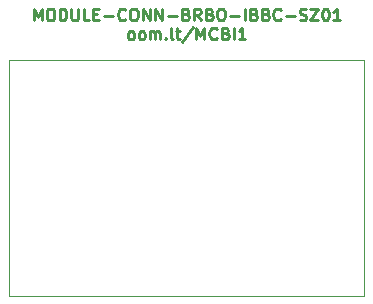
<source format=gbr>
%TF.GenerationSoftware,KiCad,Pcbnew,(6.0.5)*%
%TF.CreationDate,2022-10-11T14:38:52+01:00*%
%TF.ProjectId,IBBC_0001,49424243-5f30-4303-9031-2e6b69636164,rev?*%
%TF.SameCoordinates,Original*%
%TF.FileFunction,Profile,NP*%
%FSLAX46Y46*%
G04 Gerber Fmt 4.6, Leading zero omitted, Abs format (unit mm)*
G04 Created by KiCad (PCBNEW (6.0.5)) date 2022-10-11 14:38:52*
%MOMM*%
%LPD*%
G01*
G04 APERTURE LIST*
%ADD10C,0.250000*%
%TA.AperFunction,Profile*%
%ADD11C,0.100000*%
%TD*%
G04 APERTURE END LIST*
D10*
X-12952380Y13352619D02*
X-12952380Y14352619D01*
X-12619047Y13638333D01*
X-12285714Y14352619D01*
X-12285714Y13352619D01*
X-11619047Y14352619D02*
X-11428571Y14352619D01*
X-11333333Y14305000D01*
X-11238095Y14209761D01*
X-11190476Y14019285D01*
X-11190476Y13685952D01*
X-11238095Y13495476D01*
X-11333333Y13400238D01*
X-11428571Y13352619D01*
X-11619047Y13352619D01*
X-11714285Y13400238D01*
X-11809523Y13495476D01*
X-11857142Y13685952D01*
X-11857142Y14019285D01*
X-11809523Y14209761D01*
X-11714285Y14305000D01*
X-11619047Y14352619D01*
X-10761904Y13352619D02*
X-10761904Y14352619D01*
X-10523809Y14352619D01*
X-10380952Y14305000D01*
X-10285714Y14209761D01*
X-10238095Y14114523D01*
X-10190476Y13924047D01*
X-10190476Y13781190D01*
X-10238095Y13590714D01*
X-10285714Y13495476D01*
X-10380952Y13400238D01*
X-10523809Y13352619D01*
X-10761904Y13352619D01*
X-9761904Y14352619D02*
X-9761904Y13543095D01*
X-9714285Y13447857D01*
X-9666666Y13400238D01*
X-9571428Y13352619D01*
X-9380952Y13352619D01*
X-9285714Y13400238D01*
X-9238095Y13447857D01*
X-9190476Y13543095D01*
X-9190476Y14352619D01*
X-8238095Y13352619D02*
X-8714285Y13352619D01*
X-8714285Y14352619D01*
X-7904761Y13876428D02*
X-7571428Y13876428D01*
X-7428571Y13352619D02*
X-7904761Y13352619D01*
X-7904761Y14352619D01*
X-7428571Y14352619D01*
X-6999999Y13733571D02*
X-6238095Y13733571D01*
X-5190476Y13447857D02*
X-5238095Y13400238D01*
X-5380952Y13352619D01*
X-5476190Y13352619D01*
X-5619047Y13400238D01*
X-5714285Y13495476D01*
X-5761904Y13590714D01*
X-5809523Y13781190D01*
X-5809523Y13924047D01*
X-5761904Y14114523D01*
X-5714285Y14209761D01*
X-5619047Y14305000D01*
X-5476190Y14352619D01*
X-5380952Y14352619D01*
X-5238095Y14305000D01*
X-5190476Y14257380D01*
X-4571428Y14352619D02*
X-4380952Y14352619D01*
X-4285714Y14305000D01*
X-4190476Y14209761D01*
X-4142857Y14019285D01*
X-4142857Y13685952D01*
X-4190476Y13495476D01*
X-4285714Y13400238D01*
X-4380952Y13352619D01*
X-4571428Y13352619D01*
X-4666666Y13400238D01*
X-4761904Y13495476D01*
X-4809523Y13685952D01*
X-4809523Y14019285D01*
X-4761904Y14209761D01*
X-4666666Y14305000D01*
X-4571428Y14352619D01*
X-3714285Y13352619D02*
X-3714285Y14352619D01*
X-3142857Y13352619D01*
X-3142857Y14352619D01*
X-2666666Y13352619D02*
X-2666666Y14352619D01*
X-2095238Y13352619D01*
X-2095238Y14352619D01*
X-1619047Y13733571D02*
X-857142Y13733571D01*
X-47619Y13876428D02*
X95238Y13828809D01*
X142857Y13781190D01*
X190476Y13685952D01*
X190476Y13543095D01*
X142857Y13447857D01*
X95238Y13400238D01*
X0Y13352619D01*
X-380952Y13352619D01*
X-380952Y14352619D01*
X-47619Y14352619D01*
X47619Y14305000D01*
X95238Y14257380D01*
X142857Y14162142D01*
X142857Y14066904D01*
X95238Y13971666D01*
X47619Y13924047D01*
X-47619Y13876428D01*
X-380952Y13876428D01*
X1190476Y13352619D02*
X857142Y13828809D01*
X619047Y13352619D02*
X619047Y14352619D01*
X1000000Y14352619D01*
X1095238Y14305000D01*
X1142857Y14257380D01*
X1190476Y14162142D01*
X1190476Y14019285D01*
X1142857Y13924047D01*
X1095238Y13876428D01*
X1000000Y13828809D01*
X619047Y13828809D01*
X1952380Y13876428D02*
X2095238Y13828809D01*
X2142857Y13781190D01*
X2190476Y13685952D01*
X2190476Y13543095D01*
X2142857Y13447857D01*
X2095238Y13400238D01*
X2000000Y13352619D01*
X1619047Y13352619D01*
X1619047Y14352619D01*
X1952380Y14352619D01*
X2047619Y14305000D01*
X2095238Y14257380D01*
X2142857Y14162142D01*
X2142857Y14066904D01*
X2095238Y13971666D01*
X2047619Y13924047D01*
X1952380Y13876428D01*
X1619047Y13876428D01*
X2809523Y14352619D02*
X3000000Y14352619D01*
X3095238Y14305000D01*
X3190476Y14209761D01*
X3238095Y14019285D01*
X3238095Y13685952D01*
X3190476Y13495476D01*
X3095238Y13400238D01*
X3000000Y13352619D01*
X2809523Y13352619D01*
X2714285Y13400238D01*
X2619047Y13495476D01*
X2571428Y13685952D01*
X2571428Y14019285D01*
X2619047Y14209761D01*
X2714285Y14305000D01*
X2809523Y14352619D01*
X3666666Y13733571D02*
X4428571Y13733571D01*
X4904761Y13352619D02*
X4904761Y14352619D01*
X5714285Y13876428D02*
X5857142Y13828809D01*
X5904761Y13781190D01*
X5952380Y13685952D01*
X5952380Y13543095D01*
X5904761Y13447857D01*
X5857142Y13400238D01*
X5761904Y13352619D01*
X5380952Y13352619D01*
X5380952Y14352619D01*
X5714285Y14352619D01*
X5809523Y14305000D01*
X5857142Y14257380D01*
X5904761Y14162142D01*
X5904761Y14066904D01*
X5857142Y13971666D01*
X5809523Y13924047D01*
X5714285Y13876428D01*
X5380952Y13876428D01*
X6714285Y13876428D02*
X6857142Y13828809D01*
X6904761Y13781190D01*
X6952380Y13685952D01*
X6952380Y13543095D01*
X6904761Y13447857D01*
X6857142Y13400238D01*
X6761904Y13352619D01*
X6380952Y13352619D01*
X6380952Y14352619D01*
X6714285Y14352619D01*
X6809523Y14305000D01*
X6857142Y14257380D01*
X6904761Y14162142D01*
X6904761Y14066904D01*
X6857142Y13971666D01*
X6809523Y13924047D01*
X6714285Y13876428D01*
X6380952Y13876428D01*
X7952380Y13447857D02*
X7904761Y13400238D01*
X7761904Y13352619D01*
X7666666Y13352619D01*
X7523809Y13400238D01*
X7428571Y13495476D01*
X7380952Y13590714D01*
X7333333Y13781190D01*
X7333333Y13924047D01*
X7380952Y14114523D01*
X7428571Y14209761D01*
X7523809Y14305000D01*
X7666666Y14352619D01*
X7761904Y14352619D01*
X7904761Y14305000D01*
X7952380Y14257380D01*
X8380952Y13733571D02*
X9142857Y13733571D01*
X9571428Y13400238D02*
X9714285Y13352619D01*
X9952380Y13352619D01*
X10047619Y13400238D01*
X10095238Y13447857D01*
X10142857Y13543095D01*
X10142857Y13638333D01*
X10095238Y13733571D01*
X10047619Y13781190D01*
X9952380Y13828809D01*
X9761904Y13876428D01*
X9666666Y13924047D01*
X9619047Y13971666D01*
X9571428Y14066904D01*
X9571428Y14162142D01*
X9619047Y14257380D01*
X9666666Y14305000D01*
X9761904Y14352619D01*
X10000000Y14352619D01*
X10142857Y14305000D01*
X10476190Y14352619D02*
X11142857Y14352619D01*
X10476190Y13352619D01*
X11142857Y13352619D01*
X11714285Y14352619D02*
X11809523Y14352619D01*
X11904761Y14305000D01*
X11952380Y14257380D01*
X11999999Y14162142D01*
X12047619Y13971666D01*
X12047619Y13733571D01*
X11999999Y13543095D01*
X11952380Y13447857D01*
X11904761Y13400238D01*
X11809523Y13352619D01*
X11714285Y13352619D01*
X11619047Y13400238D01*
X11571428Y13447857D01*
X11523809Y13543095D01*
X11476190Y13733571D01*
X11476190Y13971666D01*
X11523809Y14162142D01*
X11571428Y14257380D01*
X11619047Y14305000D01*
X11714285Y14352619D01*
X12999999Y13352619D02*
X12428571Y13352619D01*
X12714285Y13352619D02*
X12714285Y14352619D01*
X12619047Y14209761D01*
X12523809Y14114523D01*
X12428571Y14066904D01*
X-4785714Y11742619D02*
X-4880952Y11790238D01*
X-4928571Y11837857D01*
X-4976190Y11933095D01*
X-4976190Y12218809D01*
X-4928571Y12314047D01*
X-4880952Y12361666D01*
X-4785714Y12409285D01*
X-4642857Y12409285D01*
X-4547619Y12361666D01*
X-4499999Y12314047D01*
X-4452380Y12218809D01*
X-4452380Y11933095D01*
X-4499999Y11837857D01*
X-4547619Y11790238D01*
X-4642857Y11742619D01*
X-4785714Y11742619D01*
X-3880952Y11742619D02*
X-3976190Y11790238D01*
X-4023809Y11837857D01*
X-4071428Y11933095D01*
X-4071428Y12218809D01*
X-4023809Y12314047D01*
X-3976190Y12361666D01*
X-3880952Y12409285D01*
X-3738095Y12409285D01*
X-3642857Y12361666D01*
X-3595238Y12314047D01*
X-3547619Y12218809D01*
X-3547619Y11933095D01*
X-3595238Y11837857D01*
X-3642857Y11790238D01*
X-3738095Y11742619D01*
X-3880952Y11742619D01*
X-3119047Y11742619D02*
X-3119047Y12409285D01*
X-3119047Y12314047D02*
X-3071428Y12361666D01*
X-2976190Y12409285D01*
X-2833333Y12409285D01*
X-2738095Y12361666D01*
X-2690476Y12266428D01*
X-2690476Y11742619D01*
X-2690476Y12266428D02*
X-2642857Y12361666D01*
X-2547619Y12409285D01*
X-2404761Y12409285D01*
X-2309523Y12361666D01*
X-2261904Y12266428D01*
X-2261904Y11742619D01*
X-1785714Y11837857D02*
X-1738095Y11790238D01*
X-1785714Y11742619D01*
X-1833333Y11790238D01*
X-1785714Y11837857D01*
X-1785714Y11742619D01*
X-1166666Y11742619D02*
X-1261904Y11790238D01*
X-1309523Y11885476D01*
X-1309523Y12742619D01*
X-928571Y12409285D02*
X-547619Y12409285D01*
X-785714Y12742619D02*
X-785714Y11885476D01*
X-738095Y11790238D01*
X-642857Y11742619D01*
X-547619Y11742619D01*
X500000Y12790238D02*
X-357142Y11504523D01*
X833333Y11742619D02*
X833333Y12742619D01*
X1166666Y12028333D01*
X1500000Y12742619D01*
X1500000Y11742619D01*
X2547619Y11837857D02*
X2500000Y11790238D01*
X2357142Y11742619D01*
X2261904Y11742619D01*
X2119047Y11790238D01*
X2023809Y11885476D01*
X1976190Y11980714D01*
X1928571Y12171190D01*
X1928571Y12314047D01*
X1976190Y12504523D01*
X2023809Y12599761D01*
X2119047Y12695000D01*
X2261904Y12742619D01*
X2357142Y12742619D01*
X2500000Y12695000D01*
X2547619Y12647380D01*
X3309523Y12266428D02*
X3452380Y12218809D01*
X3500000Y12171190D01*
X3547619Y12075952D01*
X3547619Y11933095D01*
X3500000Y11837857D01*
X3452380Y11790238D01*
X3357142Y11742619D01*
X2976190Y11742619D01*
X2976190Y12742619D01*
X3309523Y12742619D01*
X3404761Y12695000D01*
X3452380Y12647380D01*
X3500000Y12552142D01*
X3500000Y12456904D01*
X3452380Y12361666D01*
X3404761Y12314047D01*
X3309523Y12266428D01*
X2976190Y12266428D01*
X3976190Y11742619D02*
X3976190Y12742619D01*
X4976190Y11742619D02*
X4404761Y11742619D01*
X4690476Y11742619D02*
X4690476Y12742619D01*
X4595238Y12599761D01*
X4500000Y12504523D01*
X4404761Y12456904D01*
D11*
X15000000Y-10000000D02*
X-15000000Y-10000000D01*
X-15000000Y10000000D02*
X15000000Y10000000D01*
X-15000000Y-10000000D02*
X-15000000Y10000000D01*
X15000000Y10000000D02*
X15000000Y-10000000D01*
M02*

</source>
